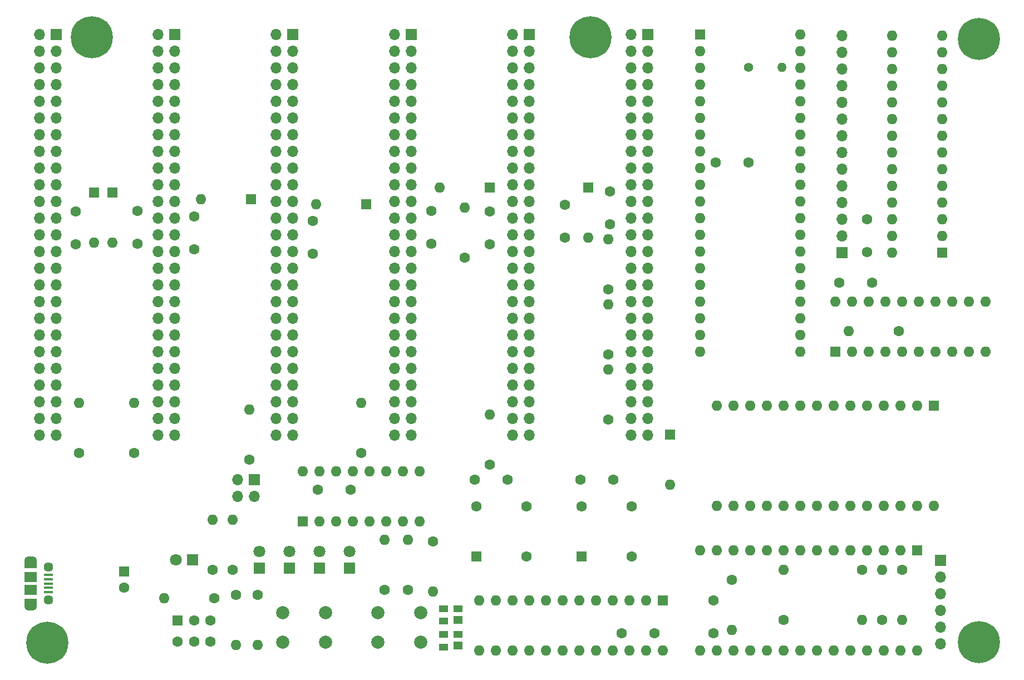
<source format=gbr>
G04 #@! TF.GenerationSoftware,KiCad,Pcbnew,(5.1.10-1-10_14)*
G04 #@! TF.CreationDate,2021-09-23T09:25:20+02:00*
G04 #@! TF.ProjectId,cpu_backplane,6370755f-6261-4636-9b70-6c616e652e6b,rev?*
G04 #@! TF.SameCoordinates,Original*
G04 #@! TF.FileFunction,Soldermask,Top*
G04 #@! TF.FilePolarity,Negative*
%FSLAX46Y46*%
G04 Gerber Fmt 4.6, Leading zero omitted, Abs format (unit mm)*
G04 Created by KiCad (PCBNEW (5.1.10-1-10_14)) date 2021-09-23 09:25:20*
%MOMM*%
%LPD*%
G01*
G04 APERTURE LIST*
%ADD10O,1.600000X1.600000*%
%ADD11R,1.600000X1.600000*%
%ADD12C,1.600000*%
%ADD13O,1.700000X1.700000*%
%ADD14R,1.700000X1.700000*%
%ADD15O,1.400000X1.400000*%
%ADD16C,1.400000*%
%ADD17C,1.800000*%
%ADD18R,1.800000X1.800000*%
%ADD19C,6.400000*%
%ADD20R,1.900000X1.200000*%
%ADD21O,1.900000X1.200000*%
%ADD22R,1.900000X1.500000*%
%ADD23C,1.450000*%
%ADD24R,1.350000X0.400000*%
%ADD25C,2.000000*%
%ADD26R,1.400000X1.000000*%
%ADD27R,1.400000X1.200000*%
G04 APERTURE END LIST*
D10*
G04 #@! TO.C,U8*
X138938000Y-75120500D03*
X105918000Y-59880500D03*
X136398000Y-75120500D03*
X108458000Y-59880500D03*
X133858000Y-75120500D03*
X110998000Y-59880500D03*
X131318000Y-75120500D03*
X113538000Y-59880500D03*
X128778000Y-75120500D03*
X116078000Y-59880500D03*
X126238000Y-75120500D03*
X118618000Y-59880500D03*
X123698000Y-75120500D03*
X121158000Y-59880500D03*
X121158000Y-75120500D03*
X123698000Y-59880500D03*
X118618000Y-75120500D03*
X126238000Y-59880500D03*
X116078000Y-75120500D03*
X128778000Y-59880500D03*
X113538000Y-75120500D03*
X131318000Y-59880500D03*
X110998000Y-75120500D03*
X133858000Y-59880500D03*
X108458000Y-75120500D03*
X136398000Y-59880500D03*
X105918000Y-75120500D03*
D11*
X138938000Y-59880500D03*
G04 #@! TD*
D10*
G04 #@! TO.C,R26*
X128016000Y-92456000D03*
D12*
X128016000Y-84836000D03*
G04 #@! TD*
D10*
G04 #@! TO.C,R25*
X108204000Y-93980000D03*
D12*
X108204000Y-86360000D03*
G04 #@! TD*
D10*
G04 #@! TO.C,R24*
X116078000Y-84836000D03*
D12*
X116078000Y-92456000D03*
G04 #@! TD*
D10*
G04 #@! TO.C,R23*
X131064000Y-84836000D03*
D12*
X131064000Y-92456000D03*
G04 #@! TD*
D10*
G04 #@! TO.C,R22*
X8890000Y-59436000D03*
D12*
X8890000Y-67056000D03*
G04 #@! TD*
D10*
G04 #@! TO.C,R21*
X125984000Y-48514000D03*
D12*
X133604000Y-48514000D03*
G04 #@! TD*
D10*
G04 #@! TO.C,R18*
X29210000Y-77216000D03*
D12*
X29210000Y-84836000D03*
G04 #@! TD*
D10*
G04 #@! TO.C,R17*
X32258000Y-77216000D03*
D12*
X32258000Y-84836000D03*
G04 #@! TD*
D10*
G04 #@! TO.C,R16*
X62738000Y-88138000D03*
D12*
X62738000Y-80518000D03*
G04 #@! TD*
D10*
G04 #@! TO.C,R15*
X134112000Y-92456000D03*
D12*
X134112000Y-84836000D03*
G04 #@! TD*
D10*
G04 #@! TO.C,R14*
X89408000Y-34544000D03*
D12*
X89408000Y-42164000D03*
G04 #@! TD*
D10*
G04 #@! TO.C,R13*
X58928000Y-80264000D03*
D12*
X58928000Y-87884000D03*
G04 #@! TD*
D10*
G04 #@! TO.C,R12*
X55372000Y-80264000D03*
D12*
X55372000Y-87884000D03*
G04 #@! TD*
D10*
G04 #@! TO.C,R11*
X36068000Y-96266000D03*
D12*
X36068000Y-88646000D03*
G04 #@! TD*
D10*
G04 #@! TO.C,R10*
X32766000Y-96266000D03*
D12*
X32766000Y-88646000D03*
G04 #@! TD*
D10*
G04 #@! TO.C,R9*
X21844000Y-89154000D03*
D12*
X29464000Y-89154000D03*
G04 #@! TD*
D10*
G04 #@! TO.C,R8*
X89408000Y-54356000D03*
D12*
X89408000Y-61976000D03*
G04 #@! TD*
D10*
G04 #@! TO.C,R6*
X71374000Y-61214000D03*
D12*
X71374000Y-68834000D03*
G04 #@! TD*
D10*
G04 #@! TO.C,R5*
X51816000Y-59436000D03*
D12*
X51816000Y-67056000D03*
G04 #@! TD*
D10*
G04 #@! TO.C,R4*
X34798000Y-60452000D03*
D12*
X34798000Y-68072000D03*
G04 #@! TD*
D10*
G04 #@! TO.C,R3*
X17272000Y-59436000D03*
D12*
X17272000Y-67056000D03*
G04 #@! TD*
D10*
G04 #@! TO.C,R2*
X67564000Y-29718000D03*
D12*
X67564000Y-37338000D03*
G04 #@! TD*
D10*
G04 #@! TO.C,R1*
X89408000Y-44450000D03*
D12*
X89408000Y-52070000D03*
G04 #@! TD*
D13*
G04 #@! TO.C,J4*
X124968000Y-3556000D03*
X124968000Y-6096000D03*
X124968000Y-8636000D03*
X124968000Y-11176000D03*
X124968000Y-13716000D03*
X124968000Y-16256000D03*
X124968000Y-18796000D03*
X124968000Y-21336000D03*
X124968000Y-23876000D03*
X124968000Y-26416000D03*
X124968000Y-28956000D03*
X124968000Y-31496000D03*
X124968000Y-34036000D03*
D14*
X124968000Y-36576000D03*
G04 #@! TD*
D15*
G04 #@! TO.C,R27*
X115824000Y-8382000D03*
D16*
X110744000Y-8382000D03*
G04 #@! TD*
D12*
G04 #@! TO.C,C5*
X82804000Y-29290000D03*
X82804000Y-34290000D03*
G04 #@! TD*
D10*
G04 #@! TO.C,U7*
X132588000Y-36576000D03*
X140208000Y-3556000D03*
X132588000Y-34036000D03*
X140208000Y-6096000D03*
X132588000Y-31496000D03*
X140208000Y-8636000D03*
X132588000Y-28956000D03*
X140208000Y-11176000D03*
X132588000Y-26416000D03*
X140208000Y-13716000D03*
X132588000Y-23876000D03*
X140208000Y-16256000D03*
X132588000Y-21336000D03*
X140208000Y-18796000D03*
X132588000Y-18796000D03*
X140208000Y-21336000D03*
X132588000Y-16256000D03*
X140208000Y-23876000D03*
X132588000Y-13716000D03*
X140208000Y-26416000D03*
X132588000Y-11176000D03*
X140208000Y-28956000D03*
X132588000Y-8636000D03*
X140208000Y-31496000D03*
X132588000Y-6096000D03*
X140208000Y-34036000D03*
X132588000Y-3556000D03*
D11*
X140208000Y-36576000D03*
G04 #@! TD*
D17*
G04 #@! TO.C,LED4*
X50038000Y-82042000D03*
D18*
X50038000Y-84582000D03*
G04 #@! TD*
D17*
G04 #@! TO.C,LED3*
X45466000Y-82042000D03*
D18*
X45466000Y-84582000D03*
G04 #@! TD*
D17*
G04 #@! TO.C,LED2*
X40894000Y-82042000D03*
D18*
X40894000Y-84582000D03*
G04 #@! TD*
D17*
G04 #@! TO.C,LED1*
X36322000Y-82042000D03*
D18*
X36322000Y-84582000D03*
G04 #@! TD*
D17*
G04 #@! TO.C,D1*
X23622000Y-83312000D03*
D18*
X26162000Y-83312000D03*
G04 #@! TD*
D12*
G04 #@! TO.C,C17*
X85170000Y-71120000D03*
X90170000Y-71120000D03*
G04 #@! TD*
G04 #@! TO.C,X3*
X92964000Y-82804000D03*
X92964000Y-75184000D03*
X85344000Y-75184000D03*
D11*
X85344000Y-82804000D03*
G04 #@! TD*
D10*
G04 #@! TO.C,U5*
X123952000Y-44069000D03*
X146812000Y-51689000D03*
X126492000Y-44069000D03*
X144272000Y-51689000D03*
X129032000Y-44069000D03*
X141732000Y-51689000D03*
X131572000Y-44069000D03*
X139192000Y-51689000D03*
X134112000Y-44069000D03*
X136652000Y-51689000D03*
X136652000Y-44069000D03*
X134112000Y-51689000D03*
X139192000Y-44069000D03*
X131572000Y-51689000D03*
X141732000Y-44069000D03*
X129032000Y-51689000D03*
X144272000Y-44069000D03*
X126492000Y-51689000D03*
X146812000Y-44069000D03*
D11*
X123952000Y-51689000D03*
G04 #@! TD*
D10*
G04 #@! TO.C,U1*
X42926000Y-69850000D03*
X60706000Y-77470000D03*
X45466000Y-69850000D03*
X58166000Y-77470000D03*
X48006000Y-69850000D03*
X55626000Y-77470000D03*
X50546000Y-69850000D03*
X53086000Y-77470000D03*
X53086000Y-69850000D03*
X50546000Y-77470000D03*
X55626000Y-69850000D03*
X48006000Y-77470000D03*
X58166000Y-69850000D03*
X45466000Y-77470000D03*
X60706000Y-69850000D03*
D11*
X42926000Y-77470000D03*
G04 #@! TD*
D10*
G04 #@! TO.C,D8*
X98806000Y-71882000D03*
D11*
X98806000Y-64262000D03*
G04 #@! TD*
D10*
G04 #@! TO.C,D7*
X27432000Y-28448000D03*
D11*
X35052000Y-28448000D03*
G04 #@! TD*
D10*
G04 #@! TO.C,D6*
X44958000Y-29210000D03*
D11*
X52578000Y-29210000D03*
G04 #@! TD*
D10*
G04 #@! TO.C,D5*
X11176000Y-35052000D03*
D11*
X11176000Y-27432000D03*
G04 #@! TD*
D10*
G04 #@! TO.C,D4*
X63754000Y-26670000D03*
D11*
X71374000Y-26670000D03*
G04 #@! TD*
D10*
G04 #@! TO.C,D3*
X86360000Y-34290000D03*
D11*
X86360000Y-26670000D03*
G04 #@! TD*
D10*
G04 #@! TO.C,D2*
X13970000Y-35052000D03*
D11*
X13970000Y-27432000D03*
G04 #@! TD*
D12*
G04 #@! TO.C,C16*
X96440000Y-94488000D03*
X91440000Y-94488000D03*
G04 #@! TD*
G04 #@! TO.C,C15*
X124540000Y-41148000D03*
X129540000Y-41148000D03*
G04 #@! TD*
G04 #@! TO.C,C14*
X105410000Y-89488000D03*
X105410000Y-94488000D03*
G04 #@! TD*
G04 #@! TO.C,C12*
X105744000Y-22860000D03*
X110744000Y-22860000D03*
G04 #@! TD*
G04 #@! TO.C,C11*
X71374000Y-30306000D03*
X71374000Y-35306000D03*
G04 #@! TD*
G04 #@! TO.C,C10*
X26416000Y-31068000D03*
X26416000Y-36068000D03*
G04 #@! TD*
G04 #@! TO.C,C9*
X128778000Y-36496000D03*
X128778000Y-31496000D03*
G04 #@! TD*
G04 #@! TO.C,C8*
X17780000Y-35226000D03*
X17780000Y-30226000D03*
G04 #@! TD*
G04 #@! TO.C,C7*
X8382000Y-30306000D03*
X8382000Y-35306000D03*
G04 #@! TD*
G04 #@! TO.C,C6*
X44450000Y-36750000D03*
X44450000Y-31750000D03*
G04 #@! TD*
G04 #@! TO.C,C4*
X74088000Y-71120000D03*
X69088000Y-71120000D03*
G04 #@! TD*
G04 #@! TO.C,C3*
X62484000Y-35226000D03*
X62484000Y-30226000D03*
G04 #@! TD*
G04 #@! TO.C,C2*
X50212000Y-72644000D03*
X45212000Y-72644000D03*
G04 #@! TD*
G04 #@! TO.C,C1*
X89662000Y-27258000D03*
X89662000Y-32258000D03*
G04 #@! TD*
D13*
G04 #@! TO.C,SLOT0*
X92837000Y-64389000D03*
X95377000Y-64389000D03*
X92837000Y-61849000D03*
X95377000Y-61849000D03*
X92837000Y-59309000D03*
X95377000Y-59309000D03*
X92837000Y-56769000D03*
X95377000Y-56769000D03*
X92837000Y-54229000D03*
X95377000Y-54229000D03*
X92837000Y-51689000D03*
X95377000Y-51689000D03*
X92837000Y-49149000D03*
X95377000Y-49149000D03*
X92837000Y-46609000D03*
X95377000Y-46609000D03*
X92837000Y-44069000D03*
X95377000Y-44069000D03*
X92837000Y-41529000D03*
X95377000Y-41529000D03*
X92837000Y-38989000D03*
X95377000Y-38989000D03*
X92837000Y-36449000D03*
X95377000Y-36449000D03*
X92837000Y-33909000D03*
X95377000Y-33909000D03*
X92837000Y-31369000D03*
X95377000Y-31369000D03*
X92837000Y-28829000D03*
X95377000Y-28829000D03*
X92837000Y-26289000D03*
X95377000Y-26289000D03*
X92837000Y-23749000D03*
X95377000Y-23749000D03*
X92837000Y-21209000D03*
X95377000Y-21209000D03*
X92837000Y-18669000D03*
X95377000Y-18669000D03*
X92837000Y-16129000D03*
X95377000Y-16129000D03*
X92837000Y-13589000D03*
X95377000Y-13589000D03*
X92837000Y-11049000D03*
X95377000Y-11049000D03*
X92837000Y-8509000D03*
X95377000Y-8509000D03*
X92837000Y-5969000D03*
X95377000Y-5969000D03*
X92837000Y-3429000D03*
D14*
X95377000Y-3429000D03*
G04 #@! TD*
D13*
G04 #@! TO.C,J3*
X139954000Y-96075500D03*
X139954000Y-93535500D03*
X139954000Y-90995500D03*
X139954000Y-88455500D03*
X139954000Y-85915500D03*
D14*
X139954000Y-83375500D03*
G04 #@! TD*
D19*
G04 #@! TO.C,H6*
X145732500Y-4064000D03*
G04 #@! TD*
G04 #@! TO.C,H5*
X145732500Y-95885000D03*
G04 #@! TD*
D10*
G04 #@! TO.C,U9*
X136398000Y-97155000D03*
X103378000Y-81915000D03*
X133858000Y-97155000D03*
X105918000Y-81915000D03*
X131318000Y-97155000D03*
X108458000Y-81915000D03*
X128778000Y-97155000D03*
X110998000Y-81915000D03*
X126238000Y-97155000D03*
X113538000Y-81915000D03*
X123698000Y-97155000D03*
X116078000Y-81915000D03*
X121158000Y-97155000D03*
X118618000Y-81915000D03*
X118618000Y-97155000D03*
X121158000Y-81915000D03*
X116078000Y-97155000D03*
X123698000Y-81915000D03*
X113538000Y-97155000D03*
X126238000Y-81915000D03*
X110998000Y-97155000D03*
X128778000Y-81915000D03*
X108458000Y-97155000D03*
X131318000Y-81915000D03*
X105918000Y-97155000D03*
X133858000Y-81915000D03*
X103378000Y-97155000D03*
D11*
X136398000Y-81915000D03*
G04 #@! TD*
D10*
G04 #@! TO.C,U6*
X118618000Y-3365500D03*
X103378000Y-51625500D03*
X118618000Y-5905500D03*
X103378000Y-49085500D03*
X118618000Y-8445500D03*
X103378000Y-46545500D03*
X118618000Y-10985500D03*
X103378000Y-44005500D03*
X118618000Y-13525500D03*
X103378000Y-41465500D03*
X118618000Y-16065500D03*
X103378000Y-38925500D03*
X118618000Y-18605500D03*
X103378000Y-36385500D03*
X118618000Y-21145500D03*
X103378000Y-33845500D03*
X118618000Y-23685500D03*
X103378000Y-31305500D03*
X118618000Y-26225500D03*
X103378000Y-28765500D03*
X118618000Y-28765500D03*
X103378000Y-26225500D03*
X118618000Y-31305500D03*
X103378000Y-23685500D03*
X118618000Y-33845500D03*
X103378000Y-21145500D03*
X118618000Y-36385500D03*
X103378000Y-18605500D03*
X118618000Y-38925500D03*
X103378000Y-16065500D03*
X118618000Y-41465500D03*
X103378000Y-13525500D03*
X118618000Y-44005500D03*
X103378000Y-10985500D03*
X118618000Y-46545500D03*
X103378000Y-8445500D03*
X118618000Y-49085500D03*
X103378000Y-5905500D03*
X118618000Y-51625500D03*
D11*
X103378000Y-3365500D03*
G04 #@! TD*
D19*
G04 #@! TO.C,H3*
X10795000Y-3810000D03*
G04 #@! TD*
G04 #@! TO.C,H2*
X4064000Y-95948500D03*
G04 #@! TD*
G04 #@! TO.C,H1*
X86677500Y-3810000D03*
G04 #@! TD*
D13*
G04 #@! TO.C,J2*
X33020000Y-73660000D03*
X33020000Y-71120000D03*
X35560000Y-73660000D03*
D14*
X35560000Y-71120000D03*
G04 #@! TD*
D12*
G04 #@! TO.C,X1*
X76962000Y-82804000D03*
X76962000Y-75184000D03*
X69342000Y-75184000D03*
D11*
X69342000Y-82804000D03*
G04 #@! TD*
D20*
G04 #@! TO.C,J1*
X1493000Y-84031500D03*
X1493000Y-89831500D03*
D21*
X1493000Y-90431500D03*
X1493000Y-83431500D03*
D22*
X1493000Y-85931500D03*
D23*
X4193000Y-89431500D03*
D24*
X4193000Y-86931500D03*
X4193000Y-87581500D03*
X4193000Y-88231500D03*
X4193000Y-85631500D03*
X4193000Y-86281500D03*
D23*
X4193000Y-84431500D03*
D22*
X1493000Y-87931500D03*
G04 #@! TD*
D10*
G04 #@! TO.C,U4*
X97663000Y-97155000D03*
X69723000Y-89535000D03*
X95123000Y-97155000D03*
X72263000Y-89535000D03*
X92583000Y-97155000D03*
X74803000Y-89535000D03*
X90043000Y-97155000D03*
X77343000Y-89535000D03*
X87503000Y-97155000D03*
X79883000Y-89535000D03*
X84963000Y-97155000D03*
X82423000Y-89535000D03*
X82423000Y-97155000D03*
X84963000Y-89535000D03*
X79883000Y-97155000D03*
X87503000Y-89535000D03*
X77343000Y-97155000D03*
X90043000Y-89535000D03*
X74803000Y-97155000D03*
X92583000Y-89535000D03*
X72263000Y-97155000D03*
X95123000Y-89535000D03*
X69723000Y-97155000D03*
D11*
X97663000Y-89535000D03*
G04 #@! TD*
D25*
G04 #@! TO.C,RESET1*
X54333000Y-95885000D03*
X54333000Y-91385000D03*
X60833000Y-95885000D03*
X60833000Y-91385000D03*
G04 #@! TD*
G04 #@! TO.C,NMI1*
X39855000Y-95885000D03*
X39855000Y-91385000D03*
X46355000Y-95885000D03*
X46355000Y-91385000D03*
G04 #@! TD*
D26*
G04 #@! TO.C,U3*
X64305000Y-96581000D03*
X64305000Y-94681000D03*
X66505000Y-94681000D03*
D27*
X66505000Y-96401000D03*
G04 #@! TD*
D26*
G04 #@! TO.C,U2*
X64305000Y-92644000D03*
X64305000Y-90744000D03*
X66505000Y-90744000D03*
D27*
X66505000Y-92464000D03*
G04 #@! TD*
D12*
G04 #@! TO.C,C13*
X15684500Y-87590000D03*
D11*
X15684500Y-85090000D03*
G04 #@! TD*
D12*
G04 #@! TO.C,SW1*
X28876000Y-95783000D03*
X26376000Y-95783000D03*
X23876000Y-95783000D03*
X28876000Y-92583000D03*
X26376000Y-92583000D03*
D11*
X23876000Y-92583000D03*
G04 #@! TD*
D13*
G04 #@! TO.C,SLOT5*
X2837000Y-64389000D03*
X5377000Y-64389000D03*
X2837000Y-61849000D03*
X5377000Y-61849000D03*
X2837000Y-59309000D03*
X5377000Y-59309000D03*
X2837000Y-56769000D03*
X5377000Y-56769000D03*
X2837000Y-54229000D03*
X5377000Y-54229000D03*
X2837000Y-51689000D03*
X5377000Y-51689000D03*
X2837000Y-49149000D03*
X5377000Y-49149000D03*
X2837000Y-46609000D03*
X5377000Y-46609000D03*
X2837000Y-44069000D03*
X5377000Y-44069000D03*
X2837000Y-41529000D03*
X5377000Y-41529000D03*
X2837000Y-38989000D03*
X5377000Y-38989000D03*
X2837000Y-36449000D03*
X5377000Y-36449000D03*
X2837000Y-33909000D03*
X5377000Y-33909000D03*
X2837000Y-31369000D03*
X5377000Y-31369000D03*
X2837000Y-28829000D03*
X5377000Y-28829000D03*
X2837000Y-26289000D03*
X5377000Y-26289000D03*
X2837000Y-23749000D03*
X5377000Y-23749000D03*
X2837000Y-21209000D03*
X5377000Y-21209000D03*
X2837000Y-18669000D03*
X5377000Y-18669000D03*
X2837000Y-16129000D03*
X5377000Y-16129000D03*
X2837000Y-13589000D03*
X5377000Y-13589000D03*
X2837000Y-11049000D03*
X5377000Y-11049000D03*
X2837000Y-8509000D03*
X5377000Y-8509000D03*
X2837000Y-5969000D03*
X5377000Y-5969000D03*
X2837000Y-3429000D03*
D14*
X5377000Y-3429000D03*
G04 #@! TD*
D13*
G04 #@! TO.C,SLOT4*
X20837000Y-64389000D03*
X23377000Y-64389000D03*
X20837000Y-61849000D03*
X23377000Y-61849000D03*
X20837000Y-59309000D03*
X23377000Y-59309000D03*
X20837000Y-56769000D03*
X23377000Y-56769000D03*
X20837000Y-54229000D03*
X23377000Y-54229000D03*
X20837000Y-51689000D03*
X23377000Y-51689000D03*
X20837000Y-49149000D03*
X23377000Y-49149000D03*
X20837000Y-46609000D03*
X23377000Y-46609000D03*
X20837000Y-44069000D03*
X23377000Y-44069000D03*
X20837000Y-41529000D03*
X23377000Y-41529000D03*
X20837000Y-38989000D03*
X23377000Y-38989000D03*
X20837000Y-36449000D03*
X23377000Y-36449000D03*
X20837000Y-33909000D03*
X23377000Y-33909000D03*
X20837000Y-31369000D03*
X23377000Y-31369000D03*
X20837000Y-28829000D03*
X23377000Y-28829000D03*
X20837000Y-26289000D03*
X23377000Y-26289000D03*
X20837000Y-23749000D03*
X23377000Y-23749000D03*
X20837000Y-21209000D03*
X23377000Y-21209000D03*
X20837000Y-18669000D03*
X23377000Y-18669000D03*
X20837000Y-16129000D03*
X23377000Y-16129000D03*
X20837000Y-13589000D03*
X23377000Y-13589000D03*
X20837000Y-11049000D03*
X23377000Y-11049000D03*
X20837000Y-8509000D03*
X23377000Y-8509000D03*
X20837000Y-5969000D03*
X23377000Y-5969000D03*
X20837000Y-3429000D03*
D14*
X23377000Y-3429000D03*
G04 #@! TD*
D13*
G04 #@! TO.C,SLOT3*
X38837000Y-64389000D03*
X41377000Y-64389000D03*
X38837000Y-61849000D03*
X41377000Y-61849000D03*
X38837000Y-59309000D03*
X41377000Y-59309000D03*
X38837000Y-56769000D03*
X41377000Y-56769000D03*
X38837000Y-54229000D03*
X41377000Y-54229000D03*
X38837000Y-51689000D03*
X41377000Y-51689000D03*
X38837000Y-49149000D03*
X41377000Y-49149000D03*
X38837000Y-46609000D03*
X41377000Y-46609000D03*
X38837000Y-44069000D03*
X41377000Y-44069000D03*
X38837000Y-41529000D03*
X41377000Y-41529000D03*
X38837000Y-38989000D03*
X41377000Y-38989000D03*
X38837000Y-36449000D03*
X41377000Y-36449000D03*
X38837000Y-33909000D03*
X41377000Y-33909000D03*
X38837000Y-31369000D03*
X41377000Y-31369000D03*
X38837000Y-28829000D03*
X41377000Y-28829000D03*
X38837000Y-26289000D03*
X41377000Y-26289000D03*
X38837000Y-23749000D03*
X41377000Y-23749000D03*
X38837000Y-21209000D03*
X41377000Y-21209000D03*
X38837000Y-18669000D03*
X41377000Y-18669000D03*
X38837000Y-16129000D03*
X41377000Y-16129000D03*
X38837000Y-13589000D03*
X41377000Y-13589000D03*
X38837000Y-11049000D03*
X41377000Y-11049000D03*
X38837000Y-8509000D03*
X41377000Y-8509000D03*
X38837000Y-5969000D03*
X41377000Y-5969000D03*
X38837000Y-3429000D03*
D14*
X41377000Y-3429000D03*
G04 #@! TD*
D13*
G04 #@! TO.C,SLOT2*
X56837000Y-64389000D03*
X59377000Y-64389000D03*
X56837000Y-61849000D03*
X59377000Y-61849000D03*
X56837000Y-59309000D03*
X59377000Y-59309000D03*
X56837000Y-56769000D03*
X59377000Y-56769000D03*
X56837000Y-54229000D03*
X59377000Y-54229000D03*
X56837000Y-51689000D03*
X59377000Y-51689000D03*
X56837000Y-49149000D03*
X59377000Y-49149000D03*
X56837000Y-46609000D03*
X59377000Y-46609000D03*
X56837000Y-44069000D03*
X59377000Y-44069000D03*
X56837000Y-41529000D03*
X59377000Y-41529000D03*
X56837000Y-38989000D03*
X59377000Y-38989000D03*
X56837000Y-36449000D03*
X59377000Y-36449000D03*
X56837000Y-33909000D03*
X59377000Y-33909000D03*
X56837000Y-31369000D03*
X59377000Y-31369000D03*
X56837000Y-28829000D03*
X59377000Y-28829000D03*
X56837000Y-26289000D03*
X59377000Y-26289000D03*
X56837000Y-23749000D03*
X59377000Y-23749000D03*
X56837000Y-21209000D03*
X59377000Y-21209000D03*
X56837000Y-18669000D03*
X59377000Y-18669000D03*
X56837000Y-16129000D03*
X59377000Y-16129000D03*
X56837000Y-13589000D03*
X59377000Y-13589000D03*
X56837000Y-11049000D03*
X59377000Y-11049000D03*
X56837000Y-8509000D03*
X59377000Y-8509000D03*
X56837000Y-5969000D03*
X59377000Y-5969000D03*
X56837000Y-3429000D03*
D14*
X59377000Y-3429000D03*
G04 #@! TD*
D13*
G04 #@! TO.C,SLOT1*
X74837000Y-64389000D03*
X77377000Y-64389000D03*
X74837000Y-61849000D03*
X77377000Y-61849000D03*
X74837000Y-59309000D03*
X77377000Y-59309000D03*
X74837000Y-56769000D03*
X77377000Y-56769000D03*
X74837000Y-54229000D03*
X77377000Y-54229000D03*
X74837000Y-51689000D03*
X77377000Y-51689000D03*
X74837000Y-49149000D03*
X77377000Y-49149000D03*
X74837000Y-46609000D03*
X77377000Y-46609000D03*
X74837000Y-44069000D03*
X77377000Y-44069000D03*
X74837000Y-41529000D03*
X77377000Y-41529000D03*
X74837000Y-38989000D03*
X77377000Y-38989000D03*
X74837000Y-36449000D03*
X77377000Y-36449000D03*
X74837000Y-33909000D03*
X77377000Y-33909000D03*
X74837000Y-31369000D03*
X77377000Y-31369000D03*
X74837000Y-28829000D03*
X77377000Y-28829000D03*
X74837000Y-26289000D03*
X77377000Y-26289000D03*
X74837000Y-23749000D03*
X77377000Y-23749000D03*
X74837000Y-21209000D03*
X77377000Y-21209000D03*
X74837000Y-18669000D03*
X77377000Y-18669000D03*
X74837000Y-16129000D03*
X77377000Y-16129000D03*
X74837000Y-13589000D03*
X77377000Y-13589000D03*
X74837000Y-11049000D03*
X77377000Y-11049000D03*
X74837000Y-8509000D03*
X77377000Y-8509000D03*
X74837000Y-5969000D03*
X77377000Y-5969000D03*
X74837000Y-3429000D03*
D14*
X77377000Y-3429000D03*
G04 #@! TD*
M02*

</source>
